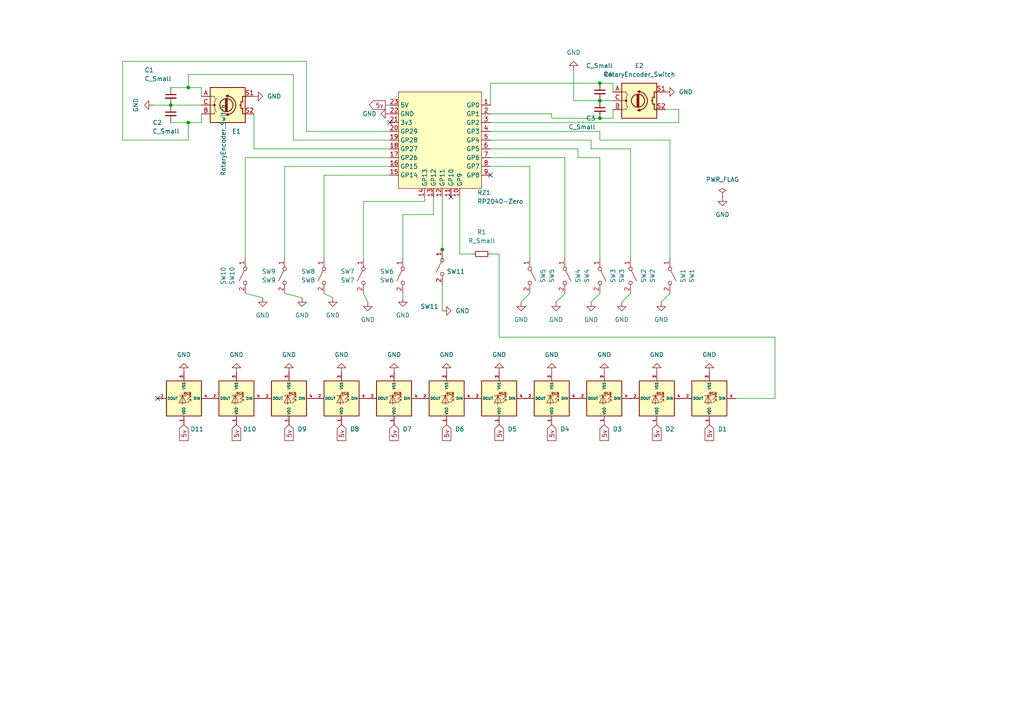
<source format=kicad_sch>
(kicad_sch (version 20211123) (generator eeschema)
  (paper "A4")
  (lib_symbols
    (symbol "Device:C_Small" (pin_numbers hide) (pin_names (offset 0.254) hide)
      (property "Reference" "C" (at 0.254 1.778 0))
      (property "Value" "C_Small" (at 0.254 -2.032 0))
      (symbol "C_Small_0_1"
        (polyline (pts (xy -1.524 -0.508) (xy 1.524 -0.508)) (stroke (width 0.3302)))
        (polyline (pts (xy -1.524 0.508) (xy 1.524 0.508)) (stroke (width 0.3048)))
      )
      (symbol "C_Small_1_1"
        (pin passive line (at 0 2.54 270) (length 2.032) (name "~") (number "1"))
        (pin passive line (at 0 -2.54 90) (length 2.032) (name "~") (number "2"))
      )
    )
    (symbol "Device:R_Small" (pin_numbers hide) (pin_names (offset 0.254) hide)
      (property "Reference" "R" (at 0.762 0.508 0))
      (property "Value" "R_Small" (at 0.762 -1.016 0))
      (symbol "R_Small_0_1"
        (rectangle (start -0.762 1.778) (end 0.762 -1.778) (stroke (width 0.2032)))
      )
      (symbol "R_Small_1_1"
        (pin passive line (at 0 2.54 270) (length 0.762) (name "~") (number "1"))
        (pin passive line (at 0 -2.54 90) (length 0.762) (name "~") (number "2"))
      )
    )
    (symbol "Device:RotaryEncoder_Switch" (pin_names (offset 0.254) hide)
      (property "Reference" "SW" (at 0 6.604 0))
      (property "Value" "RotaryEncoder_Switch" (at 0 -6.604 0))
      (symbol "RotaryEncoder_Switch_0_1"
        (rectangle (start -5.08 5.08) (end 5.08 -5.08) (stroke (width 0.254)) (fill (type background)))
        (circle (center -3.81 0) (radius 0.254) (fill (type outline)))
        (arc (start -0.381 -2.794) (mid 2.3622 -0.0635) (end -0.381 2.667) (stroke (width 0.254)))
        (circle (center -0.381 0) (radius 1.905) (stroke (width 0.254)))
        (polyline (pts (xy -0.635 -1.778) (xy -0.635 1.778)) (stroke (width 0.254)))
        (polyline (pts (xy -0.381 -1.778) (xy -0.381 1.778)) (stroke (width 0.254)))
        (polyline (pts (xy -0.127 1.778) (xy -0.127 -1.778)) (stroke (width 0.254)))
        (polyline (pts (xy 3.81 0) (xy 3.429 0)) (stroke (width 0.254)))
        (polyline (pts (xy 3.81 1.016) (xy 3.81 -1.016)) (stroke (width 0.254)))
        (polyline (pts (xy -5.08 -2.54) (xy -3.81 -2.54) (xy -3.81 -2.032)))
        (polyline (pts (xy -5.08 2.54) (xy -3.81 2.54) (xy -3.81 2.032)))
        (polyline (pts (xy 0.254 -3.048) (xy -0.508 -2.794) (xy 0.127 -2.413)) (stroke (width 0.254)))
        (polyline (pts (xy 0.254 2.921) (xy -0.508 2.667) (xy 0.127 2.286)) (stroke (width 0.254)))
        (polyline (pts (xy 5.08 -2.54) (xy 4.318 -2.54) (xy 4.318 -1.016)) (stroke (width 0.254)))
        (polyline (pts (xy 5.08 2.54) (xy 4.318 2.54) (xy 4.318 1.016)) (stroke (width 0.254)))
        (polyline (pts (xy -5.08 0) (xy -3.81 0) (xy -3.81 -1.016) (xy -3.302 -2.032)))
        (polyline (pts (xy -4.318 0) (xy -3.81 0) (xy -3.81 1.016) (xy -3.302 2.032)))
        (circle (center 4.318 -1.016) (radius 0.127) (stroke (width 0.254)))
        (circle (center 4.318 1.016) (radius 0.127) (stroke (width 0.254)))
      )
      (symbol "RotaryEncoder_Switch_1_1"
        (pin passive line (at -7.62 2.54 0) (length 2.54) (name "A") (number "A"))
        (pin passive line (at -7.62 -2.54 0) (length 2.54) (name "B") (number "B"))
        (pin passive line (at -7.62 0 0) (length 2.54) (name "C") (number "C"))
        (pin passive line (at 7.62 2.54 180) (length 2.54) (name "S1") (number "S1"))
        (pin passive line (at 7.62 -2.54 180) (length 2.54) (name "S2") (number "S2"))
      )
    )
    (symbol "Switch:SW_SPST" (pin_names (offset 0) hide)
      (property "Reference" "SW" (at 0 3.175 0))
      (property "Value" "SW_SPST" (at 0 -2.54 0))
      (symbol "SW_SPST_0_0"
        (circle (center -2.032 0) (radius 0.508))
        (polyline (pts (xy -1.524 0.254) (xy 1.524 1.778)))
        (circle (center 2.032 0) (radius 0.508))
      )
      (symbol "SW_SPST_1_1"
        (pin passive line (at -5.08 0 0) (length 2.54) (name "A") (number "1"))
        (pin passive line (at 5.08 0 180) (length 2.54) (name "B") (number "2"))
      )
    )
    (symbol "acheron:SK6812MINI-E" (pin_names (offset 0.254))
      (property "Reference" "D" (at 5.08 5.715 0))
      (property "Value" "SK6812MINI-E" (at 1.27 -5.715 0))
      (property "MFN" "Dongguan Opsco Optoelectronics" (at 0 -11.176 0))
      (property "MPN" "SK812MINI-E" (at 0 -9.652 0))
      (property "PKG" "3228" (at 0 -12.954 0))
      (symbol "SK6812MINI-E_0_0"
        (text "RGB" (at -1.016 -1.397 0) (effects (font (size 0.762 0.762))))
      )
      (symbol "SK6812MINI-E_0_1"
        (polyline (pts (xy -2.032 -0.762) (xy -1.524 -0.762)))
        (polyline (pts (xy -2.032 0.254) (xy -1.524 0.254)))
        (polyline (pts (xy 1.397 -0.762) (xy -0.635 -0.762)))
        (polyline (pts (xy -1.016 0.254) (xy -2.032 -0.762) (xy -2.032 -0.254)))
        (polyline (pts (xy -1.016 1.27) (xy -2.032 0.254) (xy -2.032 0.762)))
        (polyline (pts (xy 0.381 1.778) (xy 0.381 -0.762) (xy 0.381 -1.27)))
        (polyline (pts (xy 1.397 1.27) (xy -0.635 1.27) (xy 0.381 -0.762) (xy 1.397 1.27)))
        (rectangle (start 5.08 5.08) (end -5.08 -5.08) (stroke (width 0.254)) (fill (type background)))
      )
      (symbol "SK6812MINI-E_1_1"
        (pin power_in line (at 0 7.62 270) (length 2.54) (name "VDD") (number "1"))
        (pin output line (at 7.62 0 180) (length 2.54) (name "DOUT") (number "2"))
        (pin power_in line (at 0 -7.62 90) (length 2.54) (name "VSS") (number "3"))
        (pin input line (at -7.62 0 0) (length 2.54) (name "DIN") (number "4"))
      )
    )
    (symbol "power:GND" (power) (pin_names (offset 0))
      (property "Value" "GND" (at 0 -3.81 0))
      (symbol "GND_0_1"
        (polyline (pts (xy 0 0) (xy 0 -1.27) (xy 1.27 -1.27) (xy 0 -2.54) (xy -1.27 -1.27) (xy 0 -1.27)))
      )
      (symbol "GND_1_1"
        (pin power_in line (at 0 0 270) (length 0) hide (name "GND") (number "1"))
      )
    )
    (symbol "power:PWR_FLAG" (power) (pin_numbers hide) (pin_names (offset 0) hide)
      (property "Value" "PWR_FLAG" (at 0 3.81 0))
      (symbol "PWR_FLAG_0_0"
        (pin power_out line (at 0 0 90) (length 0) (name "pwr") (number "1"))
      )
      (symbol "PWR_FLAG_0_1"
        (polyline (pts (xy 0 0) (xy 0 1.27) (xy -1.016 1.905) (xy 0 2.54) (xy 1.016 1.905) (xy 0 1.27)))
      )
    )
    (symbol "rp2040 zero:RP2040-Zero"
      (property "Reference" "RZ1" (at 10.16 -16.51 0))
      (property "Value" "RP2040-Zero" (at 10.16 -19.05 0))
      (symbol "RP2040-Zero_0_1"
        (rectangle (start -12.7 12.7) (end 11.43 -15.24) (fill (type background)))
      )
      (symbol "RP2040-Zero_1_1"
        (pin bidirectional line (at 13.97 8.89 180) (length 2.54) (name "GP0") (number "1"))
        (pin bidirectional line (at 5.08 -17.78 90) (length 2.54) (name "GP9") (number "10"))
        (pin bidirectional line (at 2.54 -17.78 90) (length 2.54) (name "GP10") (number "11"))
        (pin bidirectional line (at 0 -17.78 90) (length 2.54) (name "GP11") (number "12"))
        (pin bidirectional line (at -2.54 -17.78 90) (length 2.54) (name "GP12") (number "13"))
        (pin bidirectional line (at -5.08 -17.78 90) (length 2.54) (name "GP13") (number "14"))
        (pin bidirectional line (at -15.24 -11.43 0) (length 2.54) (name "GP14") (number "15"))
        (pin bidirectional line (at -15.24 -8.89 0) (length 2.54) (name "GP15") (number "16"))
        (pin bidirectional line (at -15.24 -6.35 0) (length 2.54) (name "GP26") (number "17"))
        (pin bidirectional line (at -15.24 -3.81 0) (length 2.54) (name "GP27") (number "18"))
        (pin bidirectional line (at -15.24 -1.27 0) (length 2.54) (name "GP28") (number "19"))
        (pin bidirectional line (at 13.97 6.35 180) (length 2.54) (name "GP1") (number "2"))
        (pin bidirectional line (at -15.24 1.27 0) (length 2.54) (name "GP29") (number "20"))
        (pin bidirectional line (at -15.24 3.81 0) (length 2.54) (name "3v3") (number "21"))
        (pin input line (at -15.24 6.35 0) (length 2.54) (name "GND") (number "22"))
        (pin bidirectional line (at -15.24 8.89 0) (length 2.54) (name "5V") (number "23"))
        (pin bidirectional line (at 13.97 3.81 180) (length 2.54) (name "GP2") (number "3"))
        (pin bidirectional line (at 13.97 1.27 180) (length 2.54) (name "GP3") (number "4"))
        (pin bidirectional line (at 13.97 -1.27 180) (length 2.54) (name "GP4") (number "5"))
        (pin bidirectional line (at 13.97 -3.81 180) (length 2.54) (name "GP5") (number "6"))
        (pin bidirectional line (at 13.97 -6.35 180) (length 2.54) (name "GP6") (number "7"))
        (pin bidirectional line (at 13.97 -8.89 180) (length 2.54) (name "GP7") (number "8"))
        (pin bidirectional line (at 13.97 -11.43 180) (length 2.54) (name "GP8") (number "9"))
      )
    )
  )
  (junction (at 173.99 24.13))
  (junction (at 54.61 25.4))
  (junction (at 49.53 30.48))
  (junction (at 128.27 72.39))
  (junction (at 173.99 29.21))
  (junction (at 54.61 35.56))
  (junction (at 173.99 34.29))
  (no_connect (at 130.81 57.15))
  (no_connect (at 113.03 35.56))
  (no_connect (at 142.24 50.8))
  (no_connect (at 45.72 115.57))
  (wire (pts (xy 160.02 33.02) (xy 142.24 33.02)))
  (wire (pts (xy 171.45 43.18) (xy 182.88 43.18)))
  (wire (pts (xy 177.8 26.67) (xy 177.8 24.13)))
  (wire (pts (xy 123.19 58.42) (xy 123.19 57.15)))
  (wire (pts (xy 167.64 43.18) (xy 167.64 45.72)))
  (wire (pts (xy 85.09 21.59) (xy 85.09 40.64)))
  (wire (pts (xy 49.53 35.56) (xy 54.61 35.56)))
  (wire (pts (xy 58.42 35.56) (xy 58.42 33.02)))
  (wire (pts (xy 116.84 62.23) (xy 125.73 62.23)))
  (wire (pts (xy 182.88 85.09) (xy 180.34 87.63)))
  (wire (pts (xy 128.27 76.2) (xy 128.27 72.39)))
  (wire (pts (xy 82.55 48.26) (xy 82.55 74.93)))
  (wire (pts (xy 167.64 45.72) (xy 173.99 45.72)))
  (wire (pts (xy 54.61 25.4) (xy 54.61 21.59)))
  (wire (pts (xy 105.41 74.93) (xy 105.41 58.42)))
  (wire (pts (xy 177.8 24.13) (xy 173.99 24.13)))
  (wire (pts (xy 128.27 57.15) (xy 128.27 72.39)))
  (wire (pts (xy 49.53 30.48) (xy 58.42 30.48)))
  (wire (pts (xy 163.83 45.72) (xy 163.83 74.93)))
  (wire (pts (xy 153.67 85.09) (xy 151.13 87.63)))
  (wire (pts (xy 173.99 29.21) (xy 166.37 29.21)))
  (wire (pts (xy 173.99 40.64) (xy 194.31 40.64)))
  (wire (pts (xy 82.55 85.09) (xy 87.63 86.36)))
  (wire (pts (xy 105.41 58.42) (xy 123.19 58.42)))
  (wire (pts (xy 193.04 31.75) (xy 196.85 31.75)))
  (wire (pts (xy 196.85 31.75) (xy 196.85 35.56)))
  (wire (pts (xy 142.24 45.72) (xy 163.83 45.72)))
  (wire (pts (xy 128.27 82.55) (xy 128.27 90.17)))
  (wire (pts (xy 71.12 45.72) (xy 71.12 74.93)))
  (wire (pts (xy 54.61 40.64) (xy 35.56 40.64)))
  (wire (pts (xy 88.9 38.1) (xy 113.03 38.1)))
  (wire (pts (xy 93.98 85.09) (xy 96.52 86.36)))
  (wire (pts (xy 54.61 21.59) (xy 85.09 21.59)))
  (wire (pts (xy 153.67 48.26) (xy 153.67 74.93)))
  (wire (pts (xy 71.12 45.72) (xy 113.03 45.72)))
  (wire (pts (xy 213.36 115.57) (xy 224.79 115.57)))
  (wire (pts (xy 144.78 73.66) (xy 144.78 97.79)))
  (wire (pts (xy 177.8 34.29) (xy 173.99 34.29)))
  (wire (pts (xy 142.24 24.13) (xy 142.24 30.48)))
  (wire (pts (xy 166.37 29.21) (xy 166.37 20.32)))
  (wire (pts (xy 73.66 43.18) (xy 113.03 43.18)))
  (wire (pts (xy 142.24 24.13) (xy 173.99 24.13)))
  (wire (pts (xy 35.56 17.78) (xy 88.9 17.78)))
  (wire (pts (xy 173.99 38.1) (xy 173.99 40.64)))
  (wire (pts (xy 71.12 85.09) (xy 76.2 86.36)))
  (wire (pts (xy 142.24 43.18) (xy 167.64 43.18)))
  (wire (pts (xy 85.09 40.64) (xy 113.03 40.64)))
  (wire (pts (xy 142.24 48.26) (xy 153.67 48.26)))
  (wire (pts (xy 177.8 31.75) (xy 177.8 34.29)))
  (wire (pts (xy 73.66 43.18) (xy 73.66 33.02)))
  (wire (pts (xy 224.79 97.79) (xy 224.79 115.57)))
  (wire (pts (xy 142.24 40.64) (xy 171.45 40.64)))
  (wire (pts (xy 116.84 85.09) (xy 116.84 86.36)))
  (wire (pts (xy 125.73 62.23) (xy 125.73 57.15)))
  (wire (pts (xy 142.24 73.66) (xy 144.78 73.66)))
  (wire (pts (xy 133.35 73.66) (xy 137.16 73.66)))
  (wire (pts (xy 194.31 40.64) (xy 194.31 74.93)))
  (wire (pts (xy 93.98 50.8) (xy 113.03 50.8)))
  (wire (pts (xy 173.99 74.93) (xy 173.99 45.72)))
  (wire (pts (xy 88.9 17.78) (xy 88.9 38.1)))
  (wire (pts (xy 54.61 35.56) (xy 58.42 35.56)))
  (wire (pts (xy 142.24 38.1) (xy 173.99 38.1)))
  (wire (pts (xy 173.99 34.29) (xy 160.02 34.29)))
  (wire (pts (xy 105.41 85.09) (xy 106.68 87.63)))
  (wire (pts (xy 54.61 25.4) (xy 49.53 25.4)))
  (wire (pts (xy 194.31 85.09) (xy 191.77 87.63)))
  (wire (pts (xy 35.56 40.64) (xy 35.56 17.78)))
  (wire (pts (xy 44.45 30.48) (xy 49.53 30.48)))
  (wire (pts (xy 182.88 74.93) (xy 182.88 43.18)))
  (wire (pts (xy 82.55 48.26) (xy 113.03 48.26)))
  (wire (pts (xy 116.84 74.93) (xy 116.84 62.23)))
  (wire (pts (xy 171.45 40.64) (xy 171.45 43.18)))
  (wire (pts (xy 111.76 30.48) (xy 113.03 30.48)))
  (wire (pts (xy 93.98 50.8) (xy 93.98 74.93)))
  (wire (pts (xy 133.35 57.15) (xy 133.35 73.66)))
  (wire (pts (xy 142.24 35.56) (xy 196.85 35.56)))
  (wire (pts (xy 163.83 85.09) (xy 161.29 87.63)))
  (wire (pts (xy 160.02 34.29) (xy 160.02 33.02)))
  (wire (pts (xy 177.8 29.21) (xy 173.99 29.21)))
  (wire (pts (xy 173.99 85.09) (xy 171.45 87.63)))
  (wire (pts (xy 54.61 35.56) (xy 54.61 40.64)))
  (wire (pts (xy 144.78 97.79) (xy 224.79 97.79)))
  (wire (pts (xy 58.42 25.4) (xy 54.61 25.4)))
  (wire (pts (xy 58.42 27.94) (xy 58.42 25.4)))
  (global_label "5v" (shape input) (at 144.78 123.19 270) (property "Intersheet References" "${INTERSHEET_REFS}" (effects hide)))
  (global_label "5v" (shape input) (at 160.02 123.19 270) (property "Intersheet References" "${INTERSHEET_REFS}" (effects hide)))
  (global_label "5v" (shape input) (at 129.54 123.19 270) (property "Intersheet References" "${INTERSHEET_REFS}" (effects hide)))
  (global_label "5v" (shape input) (at 99.06 123.19 270) (property "Intersheet References" "${INTERSHEET_REFS}" (effects hide)))
  (global_label "5v" (shape input) (at 205.74 123.19 270) (property "Intersheet References" "${INTERSHEET_REFS}" (effects hide)))
  (global_label "5v" (shape input) (at 114.3 123.19 270) (property "Intersheet References" "${INTERSHEET_REFS}" (effects hide)))
  (global_label "5v" (shape input) (at 175.26 123.19 270) (property "Intersheet References" "${INTERSHEET_REFS}" (effects hide)))
  (global_label "5v" (shape input) (at 68.58 123.19 270) (property "Intersheet References" "${INTERSHEET_REFS}" (effects hide)))
  (global_label "5v" (shape input) (at 83.82 123.19 270) (property "Intersheet References" "${INTERSHEET_REFS}" (effects hide)))
  (global_label "5v" (shape input) (at 53.34 123.19 270) (property "Intersheet References" "${INTERSHEET_REFS}" (effects hide)))
  (global_label "5v" (shape input) (at 190.5 123.19 270) (property "Intersheet References" "${INTERSHEET_REFS}" (effects hide)))
  (global_label "5v" (shape output) (at 111.76 30.48 180) (property "Intersheet References" "${INTERSHEET_REFS}" (effects hide)))
  (symbol (lib_id "power:GND") (at 128.27 90.17 90) (unit 1)
    (property "Reference" "#PWR05" (effects hide))
    (property "Value" "GND" (at 132.08 90.1699 90) (effects (justify right)))
  )
  (symbol (lib_id "Switch:SW_SPST") (at 194.31 80.01 270)
    (property "Reference" "SW1" (at 200.66 80.01 0))
    (property "Value" "${REFERENCE}" (at 198.12 80.01 0))
    (property "Footprint" "acheron_MX:MCX100" (effects hide))
  )
  (symbol (lib_id "power:GND") (at 175.26 107.95 180) (unit 1)
    (property "Reference" "#PWR0114" (effects hide))
    (property "Value" "GND" (at 175.26 102.87 0))
  )
  (symbol (lib_id "Switch:SW_SPST") (at 163.83 80.01 270)
    (property "Reference" "SW4" (at 170.18 80.01 0))
    (property "Value" "${REFERENCE}" (at 167.64 80.01 0))
    (property "Footprint" "acheron_MX:MCX100" (effects hide))
  )
  (symbol (lib_id "Switch:SW_SPST") (at 82.55 80.01 90) (mirror x)
    (property "Reference" "SW9" (at 80.01 78.7399 90) (effects (justify left)))
    (property "Value" "${REFERENCE}" (at 80.01 81.2799 90) (effects (justify left)))
    (property "Footprint" "acheron_MX:MCX100" (effects hide))
  )
  (symbol (lib_id "power:GND") (at 144.78 107.95 180) (unit 1)
    (property "Reference" "#PWR0118" (effects hide))
    (property "Value" "GND" (at 144.78 102.87 0))
  )
  (symbol (lib_id "power:GND") (at 99.06 107.95 180) (unit 1)
    (property "Reference" "#PWR0120" (effects hide))
    (property "Value" "GND" (at 99.06 102.87 0))
  )
  (symbol (lib_id "power:GND") (at 205.74 107.95 180) (unit 1)
    (property "Reference" "#PWR0116" (effects hide))
    (property "Value" "GND" (at 205.74 102.87 0))
  )
  (symbol (lib_id "acheron:SK6812MINI-E") (at 160.02 115.57 180) (unit 1)
    (property "Reference" "D4" (at 163.83 124.46 0))
    (property "Value" "SK6812MINI-E" (effects hide))
    (property "Footprint" "acheron_Components:SK6812MINI_3535_6028_3.2x2.8mm_Round" (effects hide))
    (property "Datasheet" "https://ecksteinimg.de/Datasheet/LED/LED0011/SK6812MINI-E_REV02_EN.pdf" (effects hide))
    (property "MFN" "Dongguan Opsco Optoelectronics" (effects hide))
    (property "MPN" "SK812MINI-E" (effects hide))
    (property "PKG" "3228" (effects hide))
  )
  (symbol (lib_id "power:GND") (at 73.66 27.94 90) (unit 1)
    (property "Reference" "#PWR03" (effects hide))
    (property "Value" "GND" (at 77.47 27.9399 90) (effects (justify right)))
  )
  (symbol (lib_id "Switch:SW_SPST") (at 182.88 80.01 270)
    (property "Reference" "SW2" (at 189.23 80.01 0))
    (property "Value" "${REFERENCE}" (at 186.69 80.01 0))
    (property "Footprint" "acheron_MX:MCX100" (effects hide))
  )
  (symbol (lib_id "power:GND") (at 53.34 107.95 180) (unit 1)
    (property "Reference" "#PWR0122" (effects hide))
    (property "Value" "GND" (at 53.34 102.87 0))
  )
  (symbol (lib_id "Device:C_Small") (at 49.53 33.02 0) (mirror y) (unit 1)
    (property "Reference" "C2" (at 46.99 35.56 0) (effects (justify left)))
    (property "Value" "C_Small" (at 52.07 38.1 0) (effects (justify left)))
    (property "Footprint" "Capacitor_SMD:C_0603_1608Metric" (effects hide))
  )
  (symbol (lib_id "acheron:SK6812MINI-E") (at 144.78 115.57 180) (unit 1)
    (property "Reference" "D5" (at 148.59 124.46 0))
    (property "Value" "SK6812MINI-E" (effects hide))
    (property "Footprint" "acheron_Components:SK6812MINI_3535_6028_3.2x2.8mm_Round" (effects hide))
    (property "Datasheet" "https://ecksteinimg.de/Datasheet/LED/LED0011/SK6812MINI-E_REV02_EN.pdf" (effects hide))
    (property "MFN" "Dongguan Opsco Optoelectronics" (effects hide))
    (property "MPN" "SK812MINI-E" (effects hide))
    (property "PKG" "3228" (effects hide))
  )
  (symbol (lib_id "Switch:SW_SPST") (at 128.27 77.47 90) (mirror x)
    (property "Reference" "SW11" (at 121.92 88.8999 90) (effects (justify right)))
    (property "Value" "${REFERENCE}" (at 129.54 78.7399 90) (effects (justify right)))
    (property "Footprint" "acheron_MX:MCX100" (effects hide))
  )
  (symbol (lib_id "power:GND") (at 161.29 87.63 0) (unit 1)
    (property "Reference" "#PWR0110" (effects hide))
    (property "Value" "GND" (at 161.29 92.71 0))
  )
  (symbol (lib_id "Device:C_Small") (at 49.53 27.94 0) (unit 1)
    (property "Reference" "C1" (at 41.91 20.32 0) (effects (justify left)))
    (property "Value" "C_Small" (at 41.91 22.86 0) (effects (justify left)))
    (property "Footprint" "Capacitor_SMD:C_0603_1608Metric" (effects hide))
  )
  (symbol (lib_id "power:GND") (at 166.37 20.32 0) (mirror x) (unit 1)
    (property "Reference" "#PWR04" (effects hide))
    (property "Value" "GND" (at 166.37 15.24 0))
  )
  (symbol (lib_id "acheron:SK6812MINI-E") (at 68.58 115.57 180) (unit 1)
    (property "Reference" "D10" (at 72.39 124.46 0))
    (property "Value" "SK6812MINI-E" (effects hide))
    (property "Footprint" "acheron_Components:SK6812MINI_3535_6028_3.2x2.8mm_Round" (effects hide))
    (property "Datasheet" "https://ecksteinimg.de/Datasheet/LED/LED0011/SK6812MINI-E_REV02_EN.pdf" (effects hide))
    (property "MFN" "Dongguan Opsco Optoelectronics" (effects hide))
    (property "MPN" "SK812MINI-E" (effects hide))
    (property "PKG" "3228" (effects hide))
  )
  (symbol (lib_id "Switch:SW_SPST") (at 105.41 80.01 90) (mirror x)
    (property "Reference" "SW7" (at 102.87 78.7399 90) (effects (justify left)))
    (property "Value" "${REFERENCE}" (at 102.87 81.2799 90) (effects (justify left)))
    (property "Footprint" "acheron_MX:MCX100" (effects hide))
  )
  (symbol (lib_id "power:PWR_FLAG") (at 209.55 57.15 0) (unit 1)
    (property "Reference" "#FLG0101" (effects hide))
    (property "Value" "PWR_FLAG" (at 209.55 52.07 0))
  )
  (symbol (lib_id "acheron:SK6812MINI-E") (at 53.34 115.57 180) (unit 1)
    (property "Reference" "D11" (at 57.15 124.46 0))
    (property "Value" "SK6812MINI-E" (effects hide))
    (property "Footprint" "acheron_Components:SK6812MINI_3535_6028_3.2x2.8mm_Round" (effects hide))
    (property "Datasheet" "https://ecksteinimg.de/Datasheet/LED/LED0011/SK6812MINI-E_REV02_EN.pdf" (effects hide))
    (property "MFN" "Dongguan Opsco Optoelectronics" (effects hide))
    (property "MPN" "SK812MINI-E" (effects hide))
    (property "PKG" "3228" (effects hide))
  )
  (symbol (lib_id "power:GND") (at 87.63 86.36 0) (mirror y) (unit 1)
    (property "Reference" "#PWR0103" (effects hide))
    (property "Value" "GND" (at 87.63 91.44 0))
  )
  (symbol (lib_id "power:GND") (at 76.2 86.36 0) (mirror y) (unit 1)
    (property "Reference" "#PWR0101" (effects hide))
    (property "Value" "GND" (at 76.2 91.44 0))
  )
  (symbol (lib_id "Device:RotaryEncoder_Switch") (at 185.42 29.21 0) (unit 1)
    (property "Reference" "E2" (at 185.42 19.05 0))
    (property "Value" "RotaryEncoder_Switch" (at 185.42 21.59 0))
    (property "Footprint" "Rotary_Encoder:RotaryEncoder_Alps_EC11E-Switch_Vertical_H20mm_CircularMountingHoles" (effects hide))
  )
  (symbol (lib_id "power:GND") (at 106.68 87.63 0) (mirror y) (unit 1)
    (property "Reference" "#PWR0106" (effects hide))
    (property "Value" "GND" (at 106.68 92.71 0))
  )
  (symbol (lib_id "Switch:SW_SPST") (at 116.84 80.01 90) (mirror x)
    (property "Reference" "SW6" (at 114.3 78.7399 90) (effects (justify left)))
    (property "Value" "${REFERENCE}" (at 114.3 81.2799 90) (effects (justify left)))
    (property "Footprint" "acheron_MX:MCX100" (effects hide))
  )
  (symbol (lib_id "power:GND") (at 193.04 26.67 90) (mirror x) (unit 1)
    (property "Reference" "#PWR06" (effects hide))
    (property "Value" "GND" (at 196.85 26.6701 90) (effects (justify right)))
  )
  (symbol (lib_id "power:GND") (at 116.84 86.36 0) (mirror y) (unit 1)
    (property "Reference" "#PWR0107" (effects hide))
    (property "Value" "GND" (at 116.84 91.44 0))
  )
  (symbol (lib_id "Switch:SW_SPST") (at 71.12 80.01 90) (mirror x)
    (property "Reference" "SW10" (at 64.77 80.01 0))
    (property "Value" "${REFERENCE}" (at 67.31 80.01 0))
    (property "Footprint" "acheron_MX:MCX100" (effects hide))
  )
  (symbol (lib_id "rp2040 zero:RP2040-Zero") (at 128.27 39.37 0) (unit 1)
    (property "Reference" "RZ1" (at 138.43 55.88 0) (effects (justify left)))
    (property "Value" "RP2040-Zero" (at 138.43 58.42 0) (effects (justify left)))
    (property "Footprint" "Keebio-Parts:RP2040-Zero (1)" (effects hide))
  )
  (symbol (lib_id "acheron:SK6812MINI-E") (at 129.54 115.57 180) (unit 1)
    (property "Reference" "D6" (at 133.35 124.46 0))
    (property "Value" "SK6812MINI-E" (effects hide))
    (property "Footprint" "acheron_Components:SK6812MINI_3535_6028_3.2x2.8mm_Round" (effects hide))
    (property "Datasheet" "https://ecksteinimg.de/Datasheet/LED/LED0011/SK6812MINI-E_REV02_EN.pdf" (effects hide))
    (property "MFN" "Dongguan Opsco Optoelectronics" (effects hide))
    (property "MPN" "SK812MINI-E" (effects hide))
    (property "PKG" "3228" (effects hide))
  )
  (symbol (lib_id "Switch:SW_SPST") (at 93.98 80.01 90) (mirror x)
    (property "Reference" "SW8" (at 91.44 78.7399 90) (effects (justify left)))
    (property "Value" "${REFERENCE}" (at 91.44 81.2799 90) (effects (justify left)))
    (property "Footprint" "acheron_MX:MCX100" (effects hide))
  )
  (symbol (lib_id "acheron:SK6812MINI-E") (at 190.5 115.57 180) (unit 1)
    (property "Reference" "D2" (at 194.31 124.46 0))
    (property "Value" "SK6812MINI-E" (effects hide))
    (property "Footprint" "acheron_Components:SK6812MINI_3535_6028_3.2x2.8mm_Round" (effects hide))
    (property "Datasheet" "https://ecksteinimg.de/Datasheet/LED/LED0011/SK6812MINI-E_REV02_EN.pdf" (effects hide))
    (property "MFN" "Dongguan Opsco Optoelectronics" (effects hide))
    (property "MPN" "SK812MINI-E" (effects hide))
    (property "PKG" "3228" (effects hide))
  )
  (symbol (lib_id "power:GND") (at 209.55 57.15 0) (unit 1)
    (property "Reference" "#PWR0104" (effects hide))
    (property "Value" "GND" (at 209.55 62.23 0))
  )
  (symbol (lib_id "acheron:SK6812MINI-E") (at 99.06 115.57 180) (unit 1)
    (property "Reference" "D8" (at 102.87 124.46 0))
    (property "Value" "SK6812MINI-E" (effects hide))
    (property "Footprint" "acheron_Components:SK6812MINI_3535_6028_3.2x2.8mm_Round" (effects hide))
    (property "Datasheet" "https://ecksteinimg.de/Datasheet/LED/LED0011/SK6812MINI-E_REV02_EN.pdf" (effects hide))
    (property "MFN" "Dongguan Opsco Optoelectronics" (effects hide))
    (property "MPN" "SK812MINI-E" (effects hide))
    (property "PKG" "3228" (effects hide))
  )
  (symbol (lib_id "power:GND") (at 129.54 107.95 180) (unit 1)
    (property "Reference" "#PWR0117" (effects hide))
    (property "Value" "GND" (at 129.54 102.87 0))
  )
  (symbol (lib_id "power:GND") (at 113.03 33.02 270) (mirror x) (unit 1)
    (property "Reference" "#PWR0102" (effects hide))
    (property "Value" "GND" (at 109.22 33.0199 90) (effects (justify right)))
  )
  (symbol (lib_id "Device:RotaryEncoder_Switch") (at 66.04 30.48 0) (unit 1)
    (property "Reference" "E1" (at 68.58 38.1 0))
    (property "Value" "RotaryEncoder_Switch" (at 64.77 40.64 90))
    (property "Footprint" "Rotary_Encoder:RotaryEncoder_Alps_EC11E-Switch_Vertical_H20mm_CircularMountingHoles" (effects hide))
  )
  (symbol (lib_id "acheron:SK6812MINI-E") (at 175.26 115.57 180) (unit 1)
    (property "Reference" "D3" (at 179.07 124.46 0))
    (property "Value" "SK6812MINI-E" (effects hide))
    (property "Footprint" "acheron_Components:SK6812MINI_3535_6028_3.2x2.8mm_Round" (effects hide))
    (property "Datasheet" "https://ecksteinimg.de/Datasheet/LED/LED0011/SK6812MINI-E_REV02_EN.pdf" (effects hide))
    (property "MFN" "Dongguan Opsco Optoelectronics" (effects hide))
    (property "MPN" "SK812MINI-E" (effects hide))
    (property "PKG" "3228" (effects hide))
  )
  (symbol (lib_id "power:GND") (at 190.5 107.95 180) (unit 1)
    (property "Reference" "#PWR0115" (effects hide))
    (property "Value" "GND" (at 190.5 102.87 0))
  )
  (symbol (lib_id "power:GND") (at 171.45 87.63 0) (unit 1)
    (property "Reference" "#PWR0108" (effects hide))
    (property "Value" "GND" (at 171.45 92.71 0))
  )
  (symbol (lib_id "power:GND") (at 151.13 87.63 0) (unit 1)
    (property "Reference" "#PWR0109" (effects hide))
    (property "Value" "GND" (at 151.13 92.71 0))
  )
  (symbol (lib_id "Switch:SW_SPST") (at 173.99 80.01 270)
    (property "Reference" "SW3" (at 180.34 80.01 0))
    (property "Value" "${REFERENCE}" (at 177.8 80.01 0))
    (property "Footprint" "acheron_MX:MCX100" (effects hide))
  )
  (symbol (lib_id "power:GND") (at 160.02 107.95 180) (unit 1)
    (property "Reference" "#PWR0113" (effects hide))
    (property "Value" "GND" (at 160.02 102.87 0))
  )
  (symbol (lib_id "Device:R_Small") (at 139.7 73.66 90) (unit 1)
    (property "Reference" "R1" (at 139.7 67.31 90))
    (property "Value" "R_Small" (at 139.7 69.85 90))
    (property "Footprint" "acheron_Components:R_THT_5.08mm_Horizontal" (effects hide))
  )
  (symbol (lib_id "power:GND") (at 68.58 107.95 180) (unit 1)
    (property "Reference" "#PWR0121" (effects hide))
    (property "Value" "GND" (at 68.58 102.87 0))
  )
  (symbol (lib_id "power:GND") (at 96.52 86.36 0) (mirror y) (unit 1)
    (property "Reference" "#PWR0105" (effects hide))
    (property "Value" "GND" (at 96.52 91.44 0))
  )
  (symbol (lib_id "Device:C_Small") (at 173.99 31.75 0) (mirror y) (unit 1)
    (property "Reference" "C3" (at 172.72 34.29 0) (effects (justify left)))
    (property "Value" "C_Small" (at 172.72 36.83 0) (effects (justify left)))
    (property "Footprint" "Capacitor_SMD:C_0603_1608Metric" (effects hide))
  )
  (symbol (lib_id "power:GND") (at 180.34 87.63 0) (unit 1)
    (property "Reference" "#PWR0111" (effects hide))
    (property "Value" "GND" (at 180.34 92.71 0))
  )
  (symbol (lib_id "acheron:SK6812MINI-E") (at 205.74 115.57 180) (unit 1)
    (property "Reference" "D1" (at 209.55 124.46 0))
    (property "Value" "SK6812MINI-E" (effects hide))
    (property "Footprint" "acheron_Components:SK6812MINI_3535_6028_3.2x2.8mm_Round" (effects hide))
    (property "Datasheet" "https://ecksteinimg.de/Datasheet/LED/LED0011/SK6812MINI-E_REV02_EN.pdf" (effects hide))
    (property "MFN" "Dongguan Opsco Optoelectronics" (effects hide))
    (property "MPN" "SK812MINI-E" (effects hide))
    (property "PKG" "3228" (effects hide))
  )
  (symbol (lib_id "power:GND") (at 191.77 87.63 0) (unit 1)
    (property "Reference" "#PWR0112" (effects hide))
    (property "Value" "GND" (at 191.77 92.71 0))
  )
  (symbol (lib_id "power:GND") (at 83.82 107.95 180) (unit 1)
    (property "Reference" "#PWR0123" (effects hide))
    (property "Value" "GND" (at 83.82 102.87 0))
  )
  (symbol (lib_id "power:GND") (at 44.45 30.48 270) (mirror x) (unit 1)
    (property "Reference" "#PWR02" (effects hide))
    (property "Value" "GND" (at 39.37 30.48 0))
  )
  (symbol (lib_id "Switch:SW_SPST") (at 153.67 80.01 270)
    (property "Reference" "SW5" (at 160.02 80.01 0))
    (property "Value" "${REFERENCE}" (at 157.48 80.01 0))
    (property "Footprint" "acheron_MX:MCX100" (effects hide))
  )
  (symbol (lib_id "power:GND") (at 114.3 107.95 180) (unit 1)
    (property "Reference" "#PWR0119" (effects hide))
    (property "Value" "GND" (at 114.3 102.87 0))
  )
  (symbol (lib_id "acheron:SK6812MINI-E") (at 83.82 115.57 180) (unit 1)
    (property "Reference" "D9" (at 87.63 124.46 0))
    (property "Value" "SK6812MINI-E" (effects hide))
    (property "Footprint" "acheron_Components:SK6812MINI_3535_6028_3.2x2.8mm_Round" (effects hide))
    (property "Datasheet" "https://ecksteinimg.de/Datasheet/LED/LED0011/SK6812MINI-E_REV02_EN.pdf" (effects hide))
    (property "MFN" "Dongguan Opsco Optoelectronics" (effects hide))
    (property "MPN" "SK812MINI-E" (effects hide))
    (property "PKG" "3228" (effects hide))
  )
  (symbol (lib_id "Device:C_Small") (at 173.99 26.67 0) (unit 1)
    (property "Reference" "C4" (at 177.8 21.59 0) (effects (justify right)))
    (property "Value" "C_Small" (at 177.8 19.05 0) (effects (justify right)))
    (property "Footprint" "Capacitor_SMD:C_0603_1608Metric" (effects hide))
  )
  (symbol (lib_id "acheron:SK6812MINI-E") (at 114.3 115.57 180) (unit 1)
    (property "Reference" "D7" (at 118.11 124.46 0))
    (property "Value" "SK6812MINI-E" (effects hide))
    (property "Footprint" "acheron_Components:SK6812MINI_3535_6028_3.2x2.8mm_Round" (effects hide))
    (property "Datasheet" "https://ecksteinimg.de/Datasheet/LED/LED0011/SK6812MINI-E_REV02_EN.pdf" (effects hide))
    (property "MFN" "Dongguan Opsco Optoelectronics" (effects hide))
    (property "MPN" "SK812MINI-E" (effects hide))
    (property "PKG" "3228" (effects hide))
  )
)
</source>
